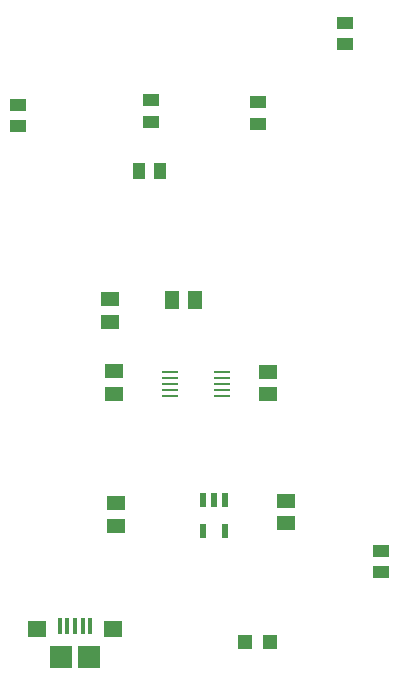
<source format=gbr>
G04 EAGLE Gerber RS-274X export*
G75*
%MOMM*%
%FSLAX34Y34*%
%LPD*%
%INSolderpaste Top*%
%IPPOS*%
%AMOC8*
5,1,8,0,0,1.08239X$1,22.5*%
G01*
G04 Define Apertures*
%ADD10R,1.500000X1.300000*%
%ADD11R,1.300000X1.500000*%
%ADD12R,0.400000X1.350000*%
%ADD13R,1.600000X1.400000*%
%ADD14R,1.900000X1.900000*%
%ADD15R,1.200000X1.200000*%
%ADD16R,1.420200X1.031200*%
%ADD17R,1.031200X1.420200*%
%ADD18R,1.358900X0.279400*%
%ADD19R,0.550000X1.200000*%
D10*
X423730Y243070D03*
X423730Y262070D03*
X293580Y243550D03*
X293580Y262550D03*
X290020Y304680D03*
X290020Y323680D03*
D11*
X342680Y322820D03*
X361680Y322820D03*
D10*
X294810Y150810D03*
X294810Y131810D03*
X438910Y133950D03*
X438910Y152950D03*
D12*
X247235Y46990D03*
X253735Y46990D03*
X260235Y46990D03*
X266735Y46990D03*
X273235Y46990D03*
D13*
X228235Y44740D03*
X292235Y44740D03*
D14*
X248235Y20240D03*
X272235Y20240D03*
D15*
X403970Y33710D03*
X424970Y33710D03*
D16*
X519050Y110585D03*
X519050Y92195D03*
X211920Y469905D03*
X211920Y488295D03*
X415596Y472203D03*
X415596Y490593D03*
X324298Y473521D03*
X324298Y491911D03*
D17*
X314095Y431770D03*
X332485Y431770D03*
D16*
X489254Y539435D03*
X489254Y557825D03*
D18*
X340706Y261790D03*
X340706Y256790D03*
X340706Y251790D03*
X340706Y246790D03*
X340706Y241790D03*
X384774Y241790D03*
X384774Y246790D03*
X384774Y251790D03*
X384774Y256790D03*
X384774Y261790D03*
D19*
X387470Y153470D03*
X377970Y153470D03*
X368470Y153470D03*
X368470Y127470D03*
X387470Y127470D03*
M02*

</source>
